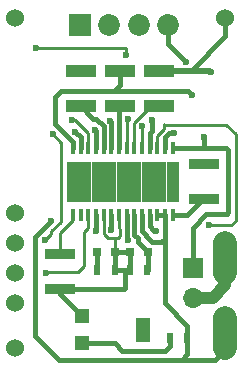
<source format=gtl>
G04 #@! TF.FileFunction,Copper,L1,Top,Signal*
%FSLAX46Y46*%
G04 Gerber Fmt 4.6, Leading zero omitted, Abs format (unit mm)*
G04 Created by KiCad (PCBNEW 4.0.6+dfsg1-1) date Mon Feb 26 16:02:50 2018*
%MOMM*%
%LPD*%
G01*
G04 APERTURE LIST*
%ADD10C,0.100000*%
%ADD11R,0.800000X0.750000*%
%ADD12R,2.500000X1.000000*%
%ADD13R,1.850000X1.850000*%
%ADD14C,1.850000*%
%ADD15R,1.700000X1.700000*%
%ADD16O,1.700000X1.700000*%
%ADD17R,0.500000X0.900000*%
%ADD18R,1.300000X1.300000*%
%ADD19R,1.300000X2.000000*%
%ADD20R,2.500000X0.900000*%
%ADD21R,1.100000X0.890000*%
%ADD22R,0.400000X1.100000*%
%ADD23C,1.524000*%
%ADD24C,0.600000*%
%ADD25C,0.400000*%
%ADD26C,0.500000*%
%ADD27C,0.250000*%
%ADD28C,2.000000*%
%ADD29C,1.000000*%
G04 APERTURE END LIST*
D10*
D11*
X8317800Y9829800D03*
X9817800Y9829800D03*
X12611800Y9829800D03*
X11111800Y9829800D03*
D12*
X6934200Y25198200D03*
X6934200Y22198200D03*
X10236200Y22198200D03*
X10236200Y25198200D03*
X13538200Y22198200D03*
X13538200Y25198200D03*
D13*
X6852920Y29088080D03*
D14*
X9352920Y29088080D03*
X11852920Y29088080D03*
X14352920Y29088080D03*
D15*
X16395700Y8521700D03*
D16*
X16395700Y5981700D03*
D17*
X14464600Y2616200D03*
X15964600Y2616200D03*
D18*
X7026600Y2126600D03*
D19*
X12226600Y3276600D03*
D18*
X7026600Y4426600D03*
D17*
X8317800Y8305800D03*
X9817800Y8305800D03*
X12561000Y8305800D03*
X11061000Y8305800D03*
D20*
X5156200Y6754200D03*
X5156200Y9654200D03*
X17348200Y17274200D03*
X17348200Y14374200D03*
D21*
X14715200Y14549200D03*
X14715200Y15399200D03*
X14715200Y17099200D03*
X14715200Y16249200D03*
X13658950Y16249200D03*
X13658950Y17099200D03*
X13658950Y15399200D03*
X13658950Y14549200D03*
X12602700Y14549200D03*
X12602700Y15399200D03*
X12602700Y17099200D03*
X12602700Y16249200D03*
X11546450Y16249200D03*
X11546450Y17099200D03*
X11546450Y15399200D03*
X11546450Y14549200D03*
X10490200Y14549200D03*
X10490200Y15399200D03*
X10490200Y17099200D03*
X10490200Y16249200D03*
X9433950Y16249200D03*
X9433950Y17099200D03*
X9433950Y15399200D03*
X9433950Y14549200D03*
X8377700Y14549200D03*
X8377700Y15399200D03*
X8377700Y17099200D03*
X8377700Y16249200D03*
X7321450Y16249200D03*
X7321450Y17099200D03*
X7321450Y15399200D03*
X7321450Y14549200D03*
X6265200Y14549200D03*
X6265200Y15399200D03*
X6265200Y17099200D03*
X6265200Y16249200D03*
D22*
X6265200Y12974200D03*
X6915200Y12974200D03*
X7565200Y12974200D03*
X8215200Y12974200D03*
X8865200Y12974200D03*
X9515200Y12974200D03*
X10165200Y12974200D03*
X10815200Y12974200D03*
X11465200Y12974200D03*
X12115200Y12974200D03*
X12765200Y12974200D03*
X13415200Y12974200D03*
X14065200Y12974200D03*
X14715200Y12974200D03*
X14715200Y18674200D03*
X14065200Y18674200D03*
X13415200Y18674200D03*
X12765200Y18674200D03*
X12115200Y18674200D03*
X11465200Y18674200D03*
X10815200Y18674200D03*
X10165200Y18674200D03*
X9515200Y18674200D03*
X8865200Y18674200D03*
X8215200Y18674200D03*
X7565200Y18674200D03*
X6915200Y18674200D03*
X6265200Y18674200D03*
D23*
X19126200Y1727200D03*
X19126200Y4267200D03*
X19126200Y8077200D03*
X19126200Y10617200D03*
X1346200Y1727200D03*
X1346200Y29667200D03*
X19126200Y29667200D03*
X1346200Y5537200D03*
X1346200Y8077200D03*
X1346200Y10617200D03*
X1346200Y13157200D03*
D24*
X8305800Y9829800D03*
X9525000Y11709400D03*
X17297400Y17297400D03*
X17983200Y25095200D03*
X10896600Y21107400D03*
X7026600Y4426600D03*
X9817800Y9829800D03*
X14808200Y19939000D03*
X6832600Y25171400D03*
X9423400Y20955000D03*
X16332200Y23190200D03*
X17348200Y19634200D03*
X8204200Y11607800D03*
X8153400Y20193000D03*
X13284200Y11633200D03*
X15875000Y25984200D03*
X12928600Y21005800D03*
X17805400Y12166600D03*
X13995400Y10693400D03*
X4445000Y12522200D03*
X6477000Y20040600D03*
X6223000Y21005800D03*
X4546600Y19837400D03*
X3937000Y10896600D03*
X3987800Y8102600D03*
X3124200Y27101800D03*
X10744200Y26543000D03*
X12115800Y20497800D03*
X12115800Y3175000D03*
X10896600Y10896600D03*
D25*
X9515200Y12974200D02*
X9515200Y11719200D01*
X8305800Y9829800D02*
X8317800Y9829800D01*
X9515200Y11719200D02*
X9525000Y11709400D01*
X8317800Y9829800D02*
X8317800Y8305800D01*
X17297400Y17297400D02*
X17320600Y17274200D01*
D26*
X13538200Y25198200D02*
X17880200Y25198200D01*
X17880200Y25198200D02*
X17983200Y25095200D01*
D27*
X9817800Y9829800D02*
X9817800Y11049000D01*
X9728200Y10998200D02*
X9728200Y11049000D01*
X9767000Y10998200D02*
X9728200Y10998200D01*
X9817800Y11049000D02*
X9767000Y10998200D01*
X10815200Y18674200D02*
X10815200Y21026000D01*
X10815200Y21026000D02*
X10896600Y21107400D01*
D25*
X5156200Y6297000D02*
X7026600Y4426600D01*
X5156200Y6754200D02*
X5156200Y6297000D01*
X14065200Y18674200D02*
X14065200Y19602400D01*
X14401800Y19939000D02*
X14808200Y19939000D01*
X14065200Y19602400D02*
X14401800Y19939000D01*
X17320600Y17274200D02*
X17348200Y17274200D01*
X5156200Y6754200D02*
X10615000Y6754200D01*
X10642600Y6781800D02*
X10642600Y8305800D01*
X10615000Y6754200D02*
X10642600Y6781800D01*
D27*
X10165200Y12974200D02*
X10165200Y11882000D01*
X10165200Y11882000D02*
X10236200Y11811000D01*
X10236200Y11811000D02*
X10236200Y11201400D01*
X10236200Y11201400D02*
X10083800Y11049000D01*
X10083800Y11049000D02*
X9728200Y11049000D01*
X8865200Y11404000D02*
X8865200Y12974200D01*
X9728200Y11049000D02*
X9220200Y11049000D01*
X9220200Y11049000D02*
X8865200Y11404000D01*
D25*
X11111800Y9829800D02*
X11111800Y8356600D01*
X11111800Y8356600D02*
X11061000Y8305800D01*
X9817800Y8305800D02*
X10642600Y8305800D01*
X10642600Y8305800D02*
X11061000Y8305800D01*
X9817800Y9829800D02*
X11111800Y9829800D01*
X9817800Y8305800D02*
X9817800Y9829800D01*
X13538200Y25198200D02*
X15187800Y25198200D01*
X15187800Y25198200D02*
X16257400Y25198200D01*
X19177000Y28117800D02*
X19177000Y29540200D01*
X16257400Y25198200D02*
X19177000Y28117800D01*
X11465200Y12974200D02*
X11465200Y11344000D01*
X11760200Y10681400D02*
X12611800Y9829800D01*
X11760200Y11049000D02*
X11760200Y10681400D01*
X11465200Y11344000D02*
X11760200Y11049000D01*
X12611800Y9829800D02*
X12611800Y8356600D01*
X12611800Y8356600D02*
X12561000Y8305800D01*
X9515200Y18674200D02*
X9515200Y20863200D01*
X6832600Y25171400D02*
X6859400Y25198200D01*
X9515200Y20863200D02*
X9423400Y20955000D01*
X6859400Y25198200D02*
X6934200Y25198200D01*
X8865200Y18674200D02*
X8865200Y20497200D01*
X7974200Y21158200D02*
X6934200Y22198200D01*
X8204200Y21158200D02*
X7974200Y21158200D01*
X8865200Y20497200D02*
X8204200Y21158200D01*
X10165200Y18674200D02*
X10165200Y22127200D01*
X10165200Y22127200D02*
X10236200Y22198200D01*
X17348200Y18674200D02*
X17348200Y19634200D01*
X16027400Y23495000D02*
X9728200Y23495000D01*
X16332200Y23190200D02*
X16027400Y23495000D01*
X16395700Y8521700D02*
X16395700Y11925300D01*
X19222600Y18674200D02*
X17348200Y18674200D01*
X17348200Y18674200D02*
X14715200Y18674200D01*
X19431000Y18465800D02*
X19222600Y18674200D01*
X19431000Y13233400D02*
X19431000Y18465800D01*
X19278600Y13081000D02*
X19431000Y13233400D01*
X17551400Y13081000D02*
X19278600Y13081000D01*
X16395700Y11925300D02*
X17551400Y13081000D01*
X6265200Y18674200D02*
X6265200Y19185600D01*
X6265200Y19185600D02*
X4749800Y20701000D01*
X5257800Y23495000D02*
X9728200Y23495000D01*
X4749800Y22987000D02*
X5257800Y23495000D01*
X4749800Y20701000D02*
X4749800Y22987000D01*
X9728200Y23495000D02*
X10236200Y24003000D01*
X10236200Y24003000D02*
X10236200Y25198200D01*
X16395700Y8521700D02*
X16497300Y8521700D01*
D27*
X11465200Y18674200D02*
X11465200Y20812400D01*
X11465200Y20812400D02*
X12851000Y22198200D01*
X12851000Y22198200D02*
X13538200Y22198200D01*
D25*
X8215200Y12974200D02*
X8215200Y11618800D01*
X8215200Y11618800D02*
X8204200Y11607800D01*
X8215200Y18674200D02*
X8215200Y20131200D01*
X8215200Y20131200D02*
X8153400Y20193000D01*
X12765200Y12974200D02*
X12765200Y12025200D01*
X13157200Y11633200D02*
X13284200Y11633200D01*
X12765200Y12025200D02*
X13157200Y11633200D01*
X12765200Y18674200D02*
X12765200Y19928000D01*
X14352920Y27506280D02*
X14352920Y29088080D01*
X15875000Y25984200D02*
X14352920Y27506280D01*
X12928600Y20091400D02*
X12928600Y21005800D01*
X12765200Y19928000D02*
X12928600Y20091400D01*
D28*
X19126200Y8077200D02*
X19126200Y10617200D01*
D29*
X16395700Y5981700D02*
X18122900Y5981700D01*
X19177000Y7035800D02*
X19177000Y7950200D01*
X18122900Y5981700D02*
X19177000Y7035800D01*
D28*
X19126200Y4267200D02*
X19126200Y1727200D01*
D27*
X13415200Y19714400D02*
X13944600Y20243800D01*
X13944600Y20243800D02*
X13944600Y20701000D01*
X13944600Y20701000D02*
X13995400Y20650200D01*
X13995400Y20650200D02*
X19227800Y20650200D01*
X19227800Y20650200D02*
X20040600Y19837400D01*
X20040600Y19837400D02*
X20040600Y12522200D01*
X20040600Y12522200D02*
X19685000Y12166600D01*
X19685000Y12166600D02*
X17805400Y12166600D01*
X13415200Y18674200D02*
X13415200Y19714400D01*
X14046200Y10693400D02*
X14046200Y10744200D01*
X13995400Y10693400D02*
X14046200Y10693400D01*
D25*
X19177000Y4140200D02*
X19177000Y1600200D01*
X14046200Y10744200D02*
X14046200Y5511800D01*
X15964600Y3593400D02*
X15964600Y2616200D01*
X14046200Y5511800D02*
X15964600Y3593400D01*
X15964600Y2616200D02*
X15964600Y1232600D01*
X15964600Y1232600D02*
X15468600Y736600D01*
X8712200Y736600D02*
X15468600Y736600D01*
X15468600Y736600D02*
X18313400Y736600D01*
X18313400Y736600D02*
X19177000Y1600200D01*
X6915200Y18674200D02*
X6915200Y19602400D01*
X5054600Y736600D02*
X8712200Y736600D01*
X8712200Y736600D02*
X8763000Y736600D01*
X3073400Y2717800D02*
X5054600Y736600D01*
X3073400Y11150600D02*
X3073400Y2717800D01*
X4445000Y12522200D02*
X3073400Y11150600D01*
X6915200Y19602400D02*
X6477000Y20040600D01*
X13415200Y12974200D02*
X14065200Y12974200D01*
X12115200Y12974200D02*
X12115200Y11659200D01*
X12928600Y10744200D02*
X14046200Y10744200D01*
X14046200Y10744200D02*
X14097000Y10744200D01*
X12432465Y11240335D02*
X12928600Y10744200D01*
X12432465Y11341935D02*
X12432465Y11240335D01*
X12115200Y11659200D02*
X12432465Y11341935D01*
X14097000Y10744200D02*
X14097000Y11201400D01*
X14097000Y11201400D02*
X14097000Y12942400D01*
X14097000Y12942400D02*
X14065200Y12974200D01*
X19126200Y1549400D02*
X19177000Y1600200D01*
D27*
X7565200Y19917600D02*
X6477000Y21005800D01*
X6477000Y21005800D02*
X6223000Y21005800D01*
X7565200Y19917600D02*
X7565200Y18674200D01*
X5257800Y19126200D02*
X4546600Y19837400D01*
X5257800Y12420600D02*
X5257800Y19126200D01*
X4445000Y11607800D02*
X5257800Y12420600D01*
X4445000Y11404600D02*
X4445000Y11607800D01*
X3937000Y10896600D02*
X4445000Y11404600D01*
X3987800Y8102600D02*
X4038600Y8153400D01*
X4038600Y8153400D02*
X6731000Y8153400D01*
X6731000Y8153400D02*
X7239000Y8661400D01*
X7239000Y8661400D02*
X7239000Y11557000D01*
X7239000Y11557000D02*
X7565200Y11883200D01*
X7565200Y11883200D02*
X7565200Y12974200D01*
X3124200Y27101800D02*
X3175000Y27152600D01*
X3175000Y27152600D02*
X10693400Y27152600D01*
X10693400Y27152600D02*
X10744200Y27101800D01*
X10744200Y27101800D02*
X10744200Y26543000D01*
X12115800Y20497800D02*
X12115200Y20497200D01*
X12115200Y20497200D02*
X12115200Y18674200D01*
D25*
X7026600Y2126600D02*
X9811400Y2126600D01*
X14464600Y1866200D02*
X14464600Y2616200D01*
X14097000Y1498600D02*
X14464600Y1866200D01*
X10439400Y1498600D02*
X14097000Y1498600D01*
X9811400Y2126600D02*
X10439400Y1498600D01*
X10815200Y12974200D02*
X10815200Y10978000D01*
X12115800Y3175000D02*
X12217400Y3276600D01*
X10815200Y10978000D02*
X10896600Y10896600D01*
X12217400Y3276600D02*
X12226600Y3276600D01*
X12226600Y3521400D02*
X12226600Y3276600D01*
D27*
X6265200Y12974200D02*
X6265200Y12615200D01*
X6265200Y12615200D02*
X5156200Y11506200D01*
X5156200Y11506200D02*
X5156200Y9654200D01*
D25*
X14715200Y12974200D02*
X15920600Y12974200D01*
X15920600Y12974200D02*
X17320600Y14374200D01*
X17320600Y14374200D02*
X17348200Y14374200D01*
M02*

</source>
